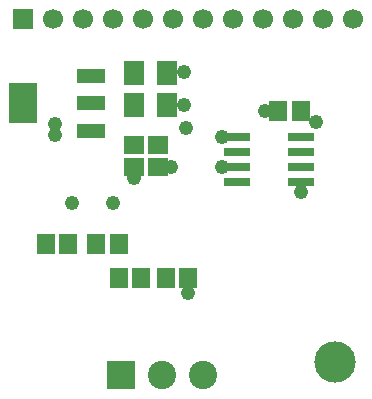
<source format=gbr>
G04 DipTrace 4.0.0.2*
G04 TopMask.gbr*
%MOIN*%
G04 #@! TF.FileFunction,Soldermask,Top*
G04 #@! TF.Part,Single*
%ADD31C,0.137795*%
%ADD35C,0.04788*%
%ADD37R,0.08662X0.031502*%
%ADD39R,0.092526X0.135833*%
%ADD41R,0.092526X0.045282*%
%ADD43C,0.094494*%
%ADD45R,0.094494X0.094494*%
%ADD47R,0.066935X0.059061*%
%ADD49C,0.066935*%
%ADD51R,0.066935X0.066935*%
%ADD53R,0.059061X0.066935*%
%ADD55R,0.070872X0.078746*%
%FSLAX26Y26*%
G04*
G70*
G90*
G75*
G01*
G04 TopMask*
%LPD*%
D35*
X1018700Y1606200D3*
X1449949Y1624951D3*
X968700Y1474951D3*
X637451Y1356200D3*
X774951D3*
X637451D3*
X581200Y1618700D3*
Y1581200D3*
X1024949Y1056200D3*
X1012451Y1793700D3*
Y1681200D3*
X1281200Y1662451D3*
X1399949Y1393700D3*
X1137451Y1574949D3*
Y1474949D3*
X843700Y1437451D3*
D55*
X955067Y1787451D3*
X844831D3*
X955067Y1681200D3*
X844831D3*
D53*
X1399949Y1662451D3*
X1325146D3*
D51*
X473616Y1968503D3*
D49*
X573616D3*
X673616D3*
X773616D3*
X873616D3*
X973616D3*
X1073616D3*
X1173616D3*
X1273607D3*
X1373607D3*
X1473607D3*
X1573607D3*
D31*
X1515747Y826771D3*
D47*
X843701Y1474951D3*
Y1549754D3*
X924951Y1474951D3*
Y1549754D3*
D53*
X549951Y1218700D3*
X624754D3*
X793700Y1218701D3*
X718897Y1218699D3*
X868700Y1106200D3*
X793897D3*
X1024949D3*
X950146D3*
D45*
X799210Y781200D3*
D43*
X937006D3*
X1074801D3*
D41*
X701624Y1596899D3*
Y1687451D3*
Y1778002D3*
D39*
X473277Y1687451D3*
D37*
X1187451Y1574951D3*
Y1524951D3*
Y1474951D3*
Y1424951D3*
X1400049D3*
Y1474951D3*
Y1524951D3*
Y1574951D3*
M02*

</source>
